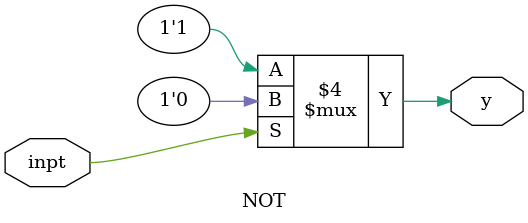
<source format=sv>
module NOT(input wire inpt,
           output reg y);  // select line = input which will be complemented
  
 always @(*) begin
    if (inpt == 1'b0)
      y = 1'b1;      
    else
      y = 1'b0;      
    end
endmodule

</source>
